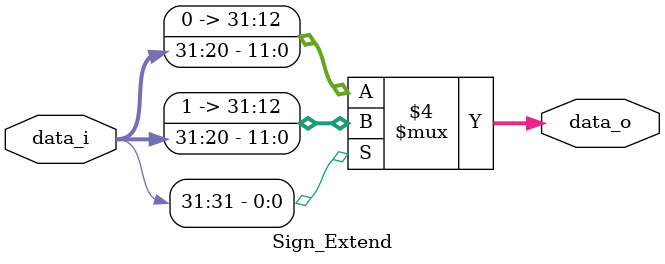
<source format=v>
module Sign_Extend(
    data_i,
    data_o
);
    input   [31:20]     data_i;
    output  [31:0]      data_o;

    //reg
    reg     [31:0]      data_o;      

    always @(*) begin
        if (data_i[31]==1)begin
            data_o = {20'hfffff,data_i};
        end else begin
            data_o = {20'h00000,data_i};
        end
    end
endmodule
</source>
